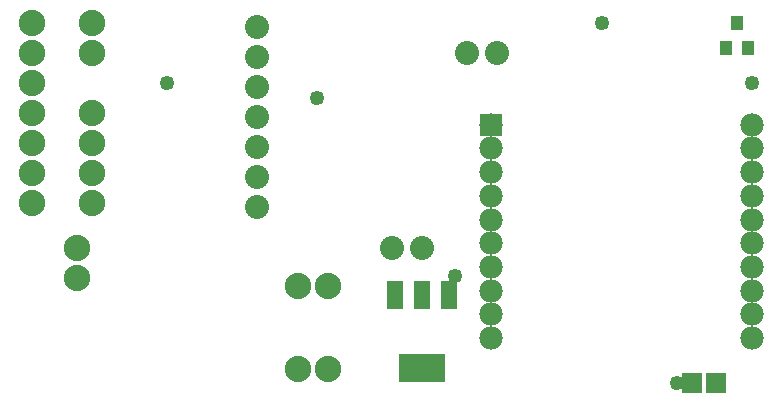
<source format=gts>
G04 MADE WITH FRITZING*
G04 WWW.FRITZING.ORG*
G04 DOUBLE SIDED*
G04 HOLES PLATED*
G04 CONTOUR ON CENTER OF CONTOUR VECTOR*
%ASAXBY*%
%FSLAX23Y23*%
%MOIN*%
%OFA0B0*%
%SFA1.0B1.0*%
%ADD10C,0.049370*%
%ADD11C,0.080000*%
%ADD12C,0.088000*%
%ADD13C,0.078000*%
%ADD14R,0.041496X0.045433*%
%ADD15R,0.065118X0.069055*%
%ADD16R,0.058000X0.098000*%
%ADD17R,0.151732X0.096614*%
%ADD18R,0.078000X0.078000*%
%LNMASK1*%
G90*
G70*
G54D10*
X1023Y1024D03*
X1973Y1273D03*
X2472Y1074D03*
X2222Y73D03*
G54D11*
X1622Y1173D03*
X1522Y1173D03*
X1372Y523D03*
X1272Y523D03*
G54D12*
X72Y1173D03*
X72Y1273D03*
X272Y1173D03*
X272Y1273D03*
X72Y1073D03*
X72Y973D03*
G54D10*
X522Y1073D03*
G54D12*
X272Y973D03*
X72Y873D03*
X72Y673D03*
X72Y773D03*
X272Y673D03*
X272Y773D03*
X272Y873D03*
G54D10*
X1481Y429D03*
G54D12*
X222Y523D03*
X222Y423D03*
X1059Y398D03*
X959Y398D03*
X1059Y121D03*
X959Y121D03*
G54D13*
X1602Y934D03*
X1602Y855D03*
X1602Y776D03*
X1602Y697D03*
X1602Y618D03*
X1602Y539D03*
X1602Y460D03*
X1602Y381D03*
X1602Y302D03*
X1602Y223D03*
X2472Y223D03*
X2472Y302D03*
X2472Y381D03*
X2472Y460D03*
X2472Y539D03*
X2472Y618D03*
X2472Y697D03*
X2472Y776D03*
X2472Y855D03*
X2472Y934D03*
G54D11*
X822Y1261D03*
X822Y1161D03*
X822Y1061D03*
X822Y961D03*
X822Y861D03*
X822Y761D03*
X822Y661D03*
G54D14*
X2385Y1191D03*
X2459Y1191D03*
X2422Y1273D03*
G54D15*
X2272Y73D03*
X2353Y73D03*
G54D16*
X1463Y367D03*
X1372Y367D03*
X1281Y367D03*
G54D17*
X1372Y123D03*
G54D18*
X1602Y934D03*
G04 End of Mask1*
M02*
</source>
